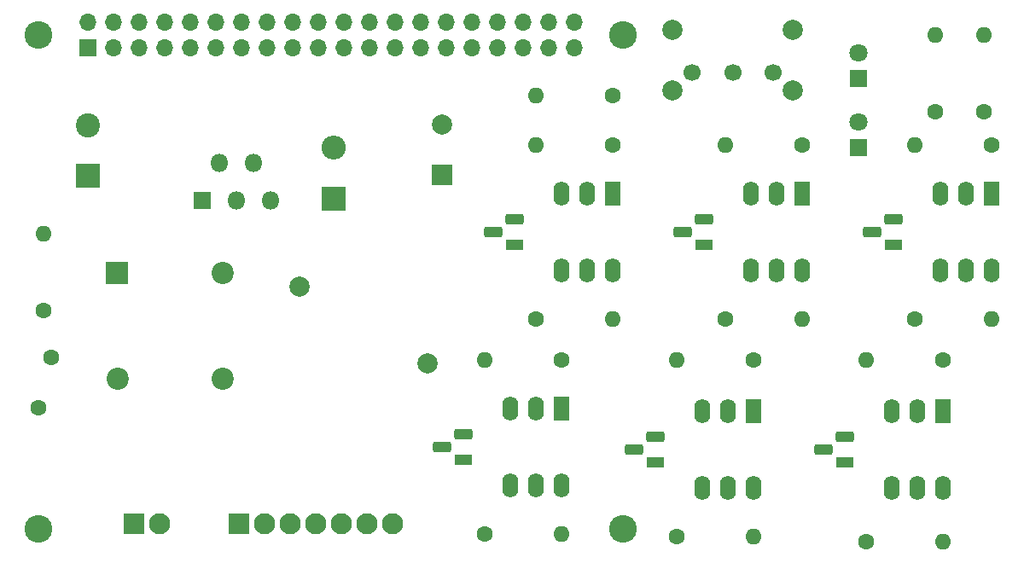
<source format=gbr>
%TF.GenerationSoftware,KiCad,Pcbnew,(6.0.11-0)*%
%TF.CreationDate,2023-02-13T11:09:09-07:00*%
%TF.ProjectId,Pi20,50693230-2e6b-4696-9361-645f70636258,rev?*%
%TF.SameCoordinates,Original*%
%TF.FileFunction,Soldermask,Bot*%
%TF.FilePolarity,Negative*%
%FSLAX46Y46*%
G04 Gerber Fmt 4.6, Leading zero omitted, Abs format (unit mm)*
G04 Created by KiCad (PCBNEW (6.0.11-0)) date 2023-02-13 11:09:09*
%MOMM*%
%LPD*%
G01*
G04 APERTURE LIST*
G04 Aperture macros list*
%AMRoundRect*
0 Rectangle with rounded corners*
0 $1 Rounding radius*
0 $2 $3 $4 $5 $6 $7 $8 $9 X,Y pos of 4 corners*
0 Add a 4 corners polygon primitive as box body*
4,1,4,$2,$3,$4,$5,$6,$7,$8,$9,$2,$3,0*
0 Add four circle primitives for the rounded corners*
1,1,$1+$1,$2,$3*
1,1,$1+$1,$4,$5*
1,1,$1+$1,$6,$7*
1,1,$1+$1,$8,$9*
0 Add four rect primitives between the rounded corners*
20,1,$1+$1,$2,$3,$4,$5,0*
20,1,$1+$1,$4,$5,$6,$7,0*
20,1,$1+$1,$6,$7,$8,$9,0*
20,1,$1+$1,$8,$9,$2,$3,0*%
G04 Aperture macros list end*
%ADD10C,2.750000*%
%ADD11C,2.400000*%
%ADD12R,2.400000X2.400000*%
%ADD13C,2.000000*%
%ADD14R,2.000000X2.000000*%
%ADD15C,2.100000*%
%ADD16R,2.100000X2.100000*%
%ADD17O,1.700000X1.700000*%
%ADD18R,1.700000X1.700000*%
%ADD19C,2.200000*%
%ADD20R,2.200000X2.200000*%
%ADD21O,2.400000X2.400000*%
%ADD22C,1.800000*%
%ADD23R,1.800000X1.800000*%
%ADD24RoundRect,0.275000X0.625000X-0.275000X0.625000X0.275000X-0.625000X0.275000X-0.625000X-0.275000X0*%
%ADD25R,1.800000X1.100000*%
%ADD26C,1.600000*%
%ADD27O,1.600000X1.600000*%
%ADD28C,1.700000*%
%ADD29O,1.800000X1.800000*%
%ADD30O,1.600000X2.400000*%
%ADD31R,1.600000X2.400000*%
G04 APERTURE END LIST*
D10*
%TO.C,RP1*%
X97550000Y-42570000D03*
X97550000Y-91570000D03*
X39550000Y-91570000D03*
X39550000Y-42570000D03*
%TD*%
D11*
%TO.C,C1*%
X44492000Y-51508000D03*
D12*
X44492000Y-56508000D03*
%TD*%
D13*
%TO.C,C2*%
X79612000Y-51468000D03*
D14*
X79612000Y-56468000D03*
%TD*%
D15*
%TO.C,J1*%
X51582000Y-91074000D03*
D16*
X49042000Y-91074000D03*
%TD*%
D15*
%TO.C,J2*%
X74696000Y-91074000D03*
X72156000Y-91074000D03*
X69616000Y-91074000D03*
X67076000Y-91074000D03*
X64536000Y-91074000D03*
X61996000Y-91074000D03*
D16*
X59456000Y-91074000D03*
%TD*%
D17*
%TO.C,J3*%
X92730000Y-41290000D03*
X92730000Y-43830000D03*
X90190000Y-41290000D03*
X90190000Y-43830000D03*
X87650000Y-41290000D03*
X87650000Y-43830000D03*
X85110000Y-41290000D03*
X85110000Y-43830000D03*
X82570000Y-41290000D03*
X82570000Y-43830000D03*
X80030000Y-41290000D03*
X80030000Y-43830000D03*
X77490000Y-41290000D03*
X77490000Y-43830000D03*
X74950000Y-41290000D03*
X74950000Y-43830000D03*
X72410000Y-41290000D03*
X72410000Y-43830000D03*
X69870000Y-41290000D03*
X69870000Y-43830000D03*
X67330000Y-41290000D03*
X67330000Y-43830000D03*
X64790000Y-41290000D03*
X64790000Y-43830000D03*
X62250000Y-41290000D03*
X62250000Y-43830000D03*
X59710000Y-41290000D03*
X59710000Y-43830000D03*
X57170000Y-41290000D03*
X57170000Y-43830000D03*
X54630000Y-41290000D03*
X54630000Y-43830000D03*
X52090000Y-41290000D03*
X52090000Y-43830000D03*
X49550000Y-41290000D03*
X49550000Y-43830000D03*
X47010000Y-41290000D03*
X47010000Y-43830000D03*
X44470000Y-41290000D03*
D18*
X44470000Y-43830000D03*
%TD*%
D19*
%TO.C,D1*%
X57822000Y-66178000D03*
X57822000Y-76678000D03*
X47422000Y-76678000D03*
D20*
X47322000Y-66178000D03*
%TD*%
D21*
%TO.C,D2*%
X68852000Y-53778000D03*
D12*
X68852000Y-58858000D03*
%TD*%
D22*
%TO.C,D4*%
X120924000Y-51196000D03*
D23*
X120924000Y-53736000D03*
%TD*%
D24*
%TO.C,D5*%
X124372000Y-60848000D03*
X122302000Y-62118000D03*
D25*
X124372000Y-63388000D03*
%TD*%
D24*
%TO.C,D6*%
X119546000Y-82438000D03*
X117476000Y-83708000D03*
D25*
X119546000Y-84978000D03*
%TD*%
D24*
%TO.C,D7*%
X105576000Y-60848000D03*
X103506000Y-62118000D03*
D25*
X105576000Y-63388000D03*
%TD*%
D24*
%TO.C,D8*%
X100750000Y-82438000D03*
X98680000Y-83708000D03*
D25*
X100750000Y-84978000D03*
%TD*%
D24*
%TO.C,D9*%
X86780000Y-60848000D03*
X84710000Y-62118000D03*
D25*
X86780000Y-63388000D03*
%TD*%
D24*
%TO.C,D10*%
X81700000Y-82184000D03*
X79630000Y-83454000D03*
D25*
X81700000Y-84724000D03*
%TD*%
D26*
%TO.C,F1*%
X39572000Y-79588000D03*
X40872000Y-74588000D03*
%TD*%
D13*
%TO.C,L1*%
X78152000Y-75208000D03*
X65452000Y-67588000D03*
%TD*%
D27*
%TO.C,R2*%
X133370000Y-42560000D03*
D26*
X133370000Y-50180000D03*
%TD*%
D27*
%TO.C,R3*%
X126512000Y-53482000D03*
D26*
X134132000Y-53482000D03*
%TD*%
D27*
%TO.C,R4*%
X134132000Y-70754000D03*
D26*
X126512000Y-70754000D03*
%TD*%
D27*
%TO.C,R5*%
X121686000Y-74818000D03*
D26*
X129306000Y-74818000D03*
%TD*%
D27*
%TO.C,R6*%
X129306000Y-92852000D03*
D26*
X121686000Y-92852000D03*
%TD*%
D27*
%TO.C,R7*%
X107716000Y-53482000D03*
D26*
X115336000Y-53482000D03*
%TD*%
D27*
%TO.C,R8*%
X115336000Y-70754000D03*
D26*
X107716000Y-70754000D03*
%TD*%
D27*
%TO.C,R9*%
X102890000Y-74818000D03*
D26*
X110510000Y-74818000D03*
%TD*%
D27*
%TO.C,R10*%
X110510000Y-92344000D03*
D26*
X102890000Y-92344000D03*
%TD*%
D27*
%TO.C,R11*%
X88920000Y-53482000D03*
D26*
X96540000Y-53482000D03*
%TD*%
D27*
%TO.C,R12*%
X96540000Y-70754000D03*
D26*
X88920000Y-70754000D03*
%TD*%
D27*
%TO.C,R13*%
X83840000Y-74818000D03*
D26*
X91460000Y-74818000D03*
%TD*%
D27*
%TO.C,R14*%
X91460000Y-92090000D03*
D26*
X83840000Y-92090000D03*
%TD*%
D28*
%TO.C,SW1*%
X104452000Y-46288000D03*
X108452000Y-46288000D03*
X112452000Y-46288000D03*
D13*
X114452000Y-48038000D03*
X114452000Y-42038000D03*
X102452000Y-42038000D03*
X102452000Y-48038000D03*
%TD*%
D29*
%TO.C,U1*%
X62602000Y-58998000D03*
X60902000Y-55298000D03*
X59202000Y-58998000D03*
X57502000Y-55298000D03*
D23*
X55802000Y-58998000D03*
%TD*%
D30*
%TO.C,U2*%
X134132000Y-65928000D03*
X131592000Y-65928000D03*
X129052000Y-65928000D03*
X129052000Y-58308000D03*
X131592000Y-58308000D03*
D31*
X134132000Y-58308000D03*
%TD*%
D30*
%TO.C,U3*%
X129306000Y-87518000D03*
X126766000Y-87518000D03*
X124226000Y-87518000D03*
X124226000Y-79898000D03*
X126766000Y-79898000D03*
D31*
X129306000Y-79898000D03*
%TD*%
D30*
%TO.C,U4*%
X115336000Y-65928000D03*
X112796000Y-65928000D03*
X110256000Y-65928000D03*
X110256000Y-58308000D03*
X112796000Y-58308000D03*
D31*
X115336000Y-58308000D03*
%TD*%
D30*
%TO.C,U5*%
X110510000Y-87518000D03*
X107970000Y-87518000D03*
X105430000Y-87518000D03*
X105430000Y-79898000D03*
X107970000Y-79898000D03*
D31*
X110510000Y-79898000D03*
%TD*%
D30*
%TO.C,U6*%
X96540000Y-65928000D03*
X94000000Y-65928000D03*
X91460000Y-65928000D03*
X91460000Y-58308000D03*
X94000000Y-58308000D03*
D31*
X96540000Y-58308000D03*
%TD*%
D30*
%TO.C,U7*%
X91460000Y-87264000D03*
X88920000Y-87264000D03*
X86380000Y-87264000D03*
X86380000Y-79644000D03*
X88920000Y-79644000D03*
D31*
X91460000Y-79644000D03*
%TD*%
D22*
%TO.C,D3*%
X120924000Y-44338000D03*
D23*
X120924000Y-46878000D03*
%TD*%
D27*
%TO.C,R1*%
X128544000Y-42560000D03*
D26*
X128544000Y-50180000D03*
%TD*%
D27*
%TO.C,R15*%
X40082000Y-62298000D03*
D26*
X40082000Y-69918000D03*
%TD*%
D27*
%TO.C,R16*%
X88922000Y-48588000D03*
D26*
X96542000Y-48588000D03*
%TD*%
M02*

</source>
